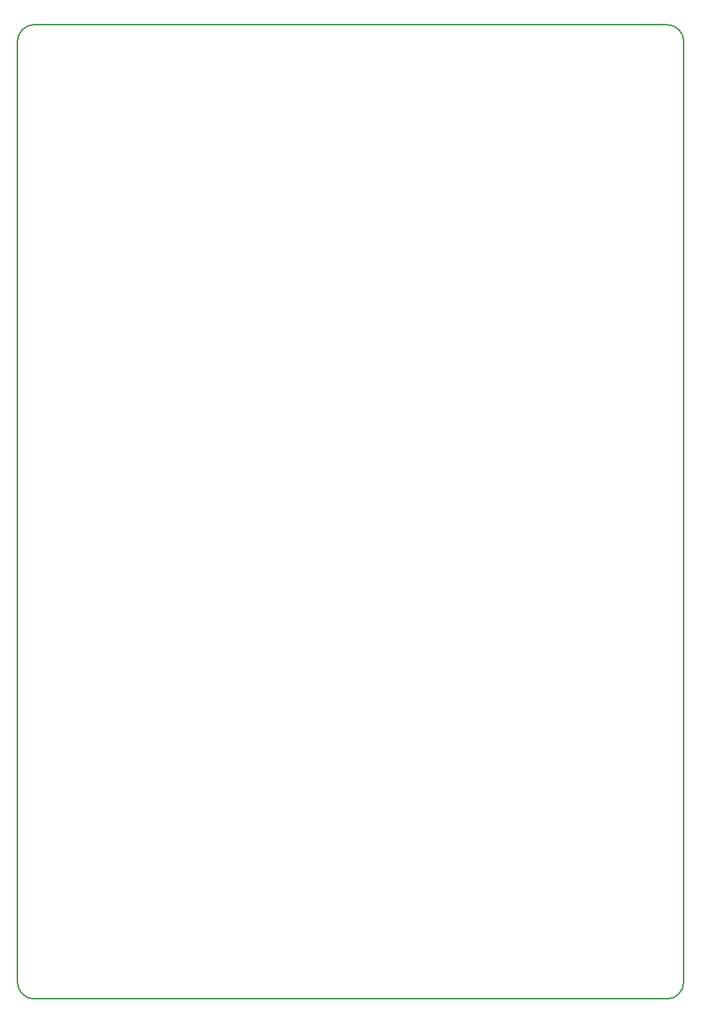
<source format=gm1>
G04 #@! TF.FileFunction,Profile,NP*
%FSLAX46Y46*%
G04 Gerber Fmt 4.6, Leading zero omitted, Abs format (unit mm)*
G04 Created by KiCad (PCBNEW 4.0.5) date Sun Feb 26 02:23:34 2017*
%MOMM*%
%LPD*%
G01*
G04 APERTURE LIST*
%ADD10C,0.100000*%
%ADD11C,0.150000*%
G04 APERTURE END LIST*
D10*
D11*
X135500000Y-155500000D02*
X61500000Y-155500000D01*
X135500000Y-41500000D02*
X61500000Y-41500000D01*
X59500000Y-153500000D02*
G75*
G03X61500000Y-155500000I2000000J0D01*
G01*
X135500000Y-155500000D02*
G75*
G03X137500000Y-153500000I0J2000000D01*
G01*
X137500000Y-43500000D02*
G75*
G03X135500000Y-41500000I-2000000J0D01*
G01*
X59500000Y-153500000D02*
X59500000Y-43500000D01*
X61500000Y-41500000D02*
G75*
G03X59500000Y-43500000I0J-2000000D01*
G01*
X137500000Y-43500000D02*
X137500000Y-153500000D01*
M02*

</source>
